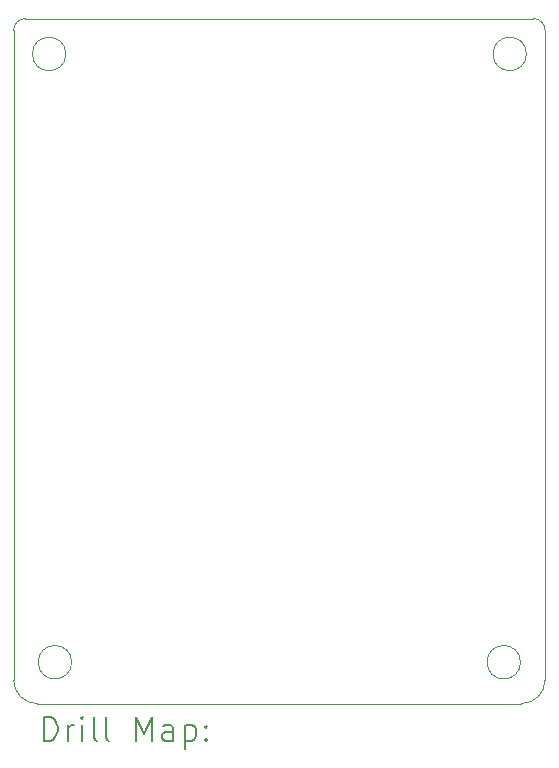
<source format=gbr>
%TF.GenerationSoftware,KiCad,Pcbnew,7.0.9*%
%TF.CreationDate,2023-12-18T22:47:56-06:00*%
%TF.ProjectId,pod_basic_expander2,706f645f-6261-4736-9963-5f657870616e,rev?*%
%TF.SameCoordinates,Original*%
%TF.FileFunction,Drillmap*%
%TF.FilePolarity,Positive*%
%FSLAX45Y45*%
G04 Gerber Fmt 4.5, Leading zero omitted, Abs format (unit mm)*
G04 Created by KiCad (PCBNEW 7.0.9) date 2023-12-18 22:47:56*
%MOMM*%
%LPD*%
G01*
G04 APERTURE LIST*
%ADD10C,0.050000*%
%ADD11C,0.200000*%
G04 APERTURE END LIST*
D10*
X6491421Y-9450000D02*
G75*
G03*
X6491421Y-9450000I-141421J0D01*
G01*
X6000000Y-4100000D02*
X6000000Y-9600000D01*
X6200000Y-9800000D02*
X10300000Y-9800000D01*
X10500000Y-4100000D02*
X10500000Y-9600000D01*
X6000000Y-9600000D02*
G75*
G03*
X6200000Y-9800000I200000J0D01*
G01*
X6100000Y-4000000D02*
G75*
G03*
X6000000Y-4100000I0J-100000D01*
G01*
X10341421Y-4300000D02*
G75*
G03*
X10341421Y-4300000I-141421J0D01*
G01*
X10300000Y-9800000D02*
G75*
G03*
X10500000Y-9600000I0J200000D01*
G01*
X10291421Y-9450000D02*
G75*
G03*
X10291421Y-9450000I-141421J0D01*
G01*
X6100000Y-4000000D02*
X10400000Y-4000000D01*
X6441421Y-4300000D02*
G75*
G03*
X6441421Y-4300000I-141421J0D01*
G01*
X10500000Y-4100000D02*
G75*
G03*
X10400000Y-4000000I-100000J0D01*
G01*
D11*
X6258277Y-10113984D02*
X6258277Y-9913984D01*
X6258277Y-9913984D02*
X6305896Y-9913984D01*
X6305896Y-9913984D02*
X6334467Y-9923508D01*
X6334467Y-9923508D02*
X6353515Y-9942555D01*
X6353515Y-9942555D02*
X6363039Y-9961603D01*
X6363039Y-9961603D02*
X6372562Y-9999698D01*
X6372562Y-9999698D02*
X6372562Y-10028270D01*
X6372562Y-10028270D02*
X6363039Y-10066365D01*
X6363039Y-10066365D02*
X6353515Y-10085412D01*
X6353515Y-10085412D02*
X6334467Y-10104460D01*
X6334467Y-10104460D02*
X6305896Y-10113984D01*
X6305896Y-10113984D02*
X6258277Y-10113984D01*
X6458277Y-10113984D02*
X6458277Y-9980650D01*
X6458277Y-10018746D02*
X6467801Y-9999698D01*
X6467801Y-9999698D02*
X6477324Y-9990174D01*
X6477324Y-9990174D02*
X6496372Y-9980650D01*
X6496372Y-9980650D02*
X6515420Y-9980650D01*
X6582086Y-10113984D02*
X6582086Y-9980650D01*
X6582086Y-9913984D02*
X6572562Y-9923508D01*
X6572562Y-9923508D02*
X6582086Y-9933031D01*
X6582086Y-9933031D02*
X6591610Y-9923508D01*
X6591610Y-9923508D02*
X6582086Y-9913984D01*
X6582086Y-9913984D02*
X6582086Y-9933031D01*
X6705896Y-10113984D02*
X6686848Y-10104460D01*
X6686848Y-10104460D02*
X6677324Y-10085412D01*
X6677324Y-10085412D02*
X6677324Y-9913984D01*
X6810658Y-10113984D02*
X6791610Y-10104460D01*
X6791610Y-10104460D02*
X6782086Y-10085412D01*
X6782086Y-10085412D02*
X6782086Y-9913984D01*
X7039229Y-10113984D02*
X7039229Y-9913984D01*
X7039229Y-9913984D02*
X7105896Y-10056841D01*
X7105896Y-10056841D02*
X7172562Y-9913984D01*
X7172562Y-9913984D02*
X7172562Y-10113984D01*
X7353515Y-10113984D02*
X7353515Y-10009222D01*
X7353515Y-10009222D02*
X7343991Y-9990174D01*
X7343991Y-9990174D02*
X7324943Y-9980650D01*
X7324943Y-9980650D02*
X7286848Y-9980650D01*
X7286848Y-9980650D02*
X7267801Y-9990174D01*
X7353515Y-10104460D02*
X7334467Y-10113984D01*
X7334467Y-10113984D02*
X7286848Y-10113984D01*
X7286848Y-10113984D02*
X7267801Y-10104460D01*
X7267801Y-10104460D02*
X7258277Y-10085412D01*
X7258277Y-10085412D02*
X7258277Y-10066365D01*
X7258277Y-10066365D02*
X7267801Y-10047317D01*
X7267801Y-10047317D02*
X7286848Y-10037793D01*
X7286848Y-10037793D02*
X7334467Y-10037793D01*
X7334467Y-10037793D02*
X7353515Y-10028270D01*
X7448753Y-9980650D02*
X7448753Y-10180650D01*
X7448753Y-9990174D02*
X7467801Y-9980650D01*
X7467801Y-9980650D02*
X7505896Y-9980650D01*
X7505896Y-9980650D02*
X7524943Y-9990174D01*
X7524943Y-9990174D02*
X7534467Y-9999698D01*
X7534467Y-9999698D02*
X7543991Y-10018746D01*
X7543991Y-10018746D02*
X7543991Y-10075889D01*
X7543991Y-10075889D02*
X7534467Y-10094936D01*
X7534467Y-10094936D02*
X7524943Y-10104460D01*
X7524943Y-10104460D02*
X7505896Y-10113984D01*
X7505896Y-10113984D02*
X7467801Y-10113984D01*
X7467801Y-10113984D02*
X7448753Y-10104460D01*
X7629705Y-10094936D02*
X7639229Y-10104460D01*
X7639229Y-10104460D02*
X7629705Y-10113984D01*
X7629705Y-10113984D02*
X7620182Y-10104460D01*
X7620182Y-10104460D02*
X7629705Y-10094936D01*
X7629705Y-10094936D02*
X7629705Y-10113984D01*
X7629705Y-9990174D02*
X7639229Y-9999698D01*
X7639229Y-9999698D02*
X7629705Y-10009222D01*
X7629705Y-10009222D02*
X7620182Y-9999698D01*
X7620182Y-9999698D02*
X7629705Y-9990174D01*
X7629705Y-9990174D02*
X7629705Y-10009222D01*
M02*

</source>
